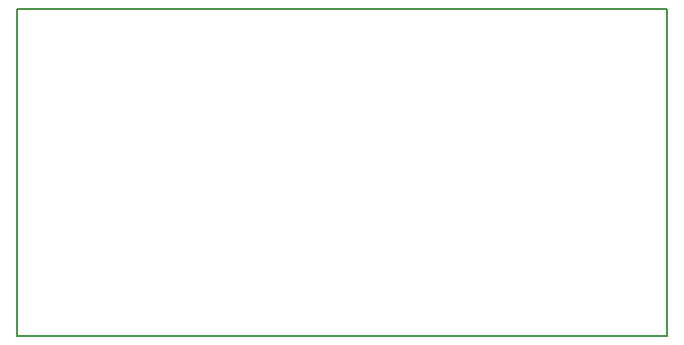
<source format=gbr>
%TF.GenerationSoftware,KiCad,Pcbnew,(5.1.12)-1*%
%TF.CreationDate,2021-12-28T18:57:02-06:00*%
%TF.ProjectId,iPiMI,6950694d-492e-46b6-9963-61645f706362,rev?*%
%TF.SameCoordinates,Original*%
%TF.FileFunction,Profile,NP*%
%FSLAX46Y46*%
G04 Gerber Fmt 4.6, Leading zero omitted, Abs format (unit mm)*
G04 Created by KiCad (PCBNEW (5.1.12)-1) date 2021-12-28 18:57:02*
%MOMM*%
%LPD*%
G01*
G04 APERTURE LIST*
%TA.AperFunction,Profile*%
%ADD10C,0.150000*%
%TD*%
G04 APERTURE END LIST*
D10*
X18008600Y-41630600D02*
X17983200Y-13970000D01*
X73025000Y-41630600D02*
X18008600Y-41630600D01*
X73025000Y-13970000D02*
X73025000Y-41630600D01*
X17983200Y-13970000D02*
X73025000Y-13970000D01*
M02*

</source>
